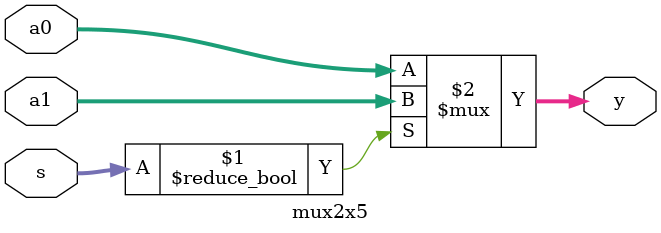
<source format=v>
`timescale 1ns / 1ps


module mux2x5(a0,a1,s,y);
    input [4:0] a0;
    input [4:0] a1;
    input [4:0] s;
    output [4:0] y;

    assign y = s ? a1 : a0;
endmodule
</source>
